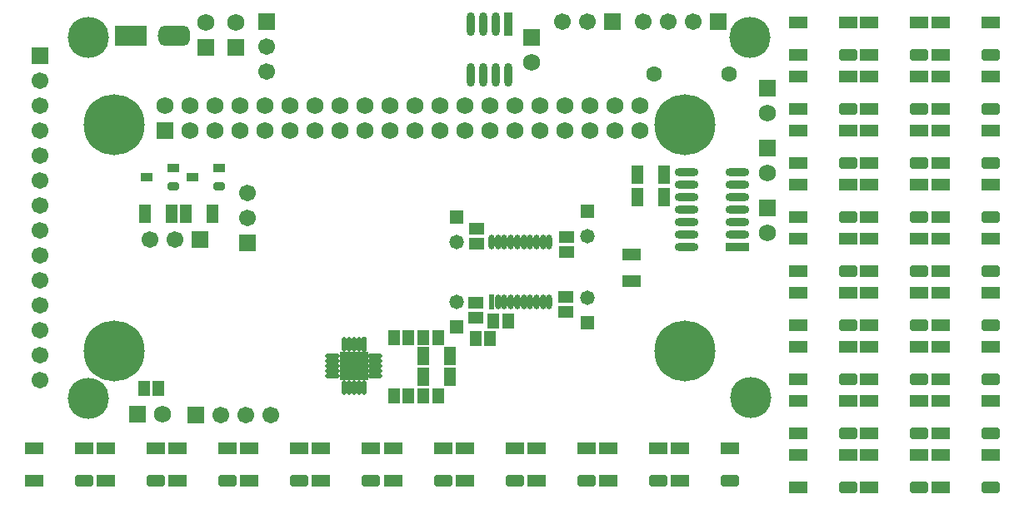
<source format=gts>
G04 Layer_Color=8388736*
%FSLAX23Y23*%
%MOIN*%
G70*
G01*
G75*
%ADD60R,0.075X0.051*%
%ADD61O,0.024X0.059*%
%ADD62R,0.024X0.059*%
G04:AMPARAMS|DCode=63|XSize=126mil|YSize=79mil|CornerRadius=22mil|HoleSize=0mil|Usage=FLASHONLY|Rotation=180.000|XOffset=0mil|YOffset=0mil|HoleType=Round|Shape=RoundedRectangle|*
%AMROUNDEDRECTD63*
21,1,0.126,0.035,0,0,180.0*
21,1,0.083,0.079,0,0,180.0*
1,1,0.043,-0.041,0.018*
1,1,0.043,0.041,0.018*
1,1,0.043,0.041,-0.018*
1,1,0.043,-0.041,-0.018*
%
%ADD63ROUNDEDRECTD63*%
%ADD64R,0.126X0.079*%
%ADD65R,0.047X0.032*%
G04:AMPARAMS|DCode=66|XSize=32mil|YSize=47mil|CornerRadius=10mil|HoleSize=0mil|Usage=FLASHONLY|Rotation=90.000|XOffset=0mil|YOffset=0mil|HoleType=Round|Shape=RoundedRectangle|*
%AMROUNDEDRECTD66*
21,1,0.032,0.028,0,0,90.0*
21,1,0.012,0.047,0,0,90.0*
1,1,0.020,0.014,0.006*
1,1,0.020,0.014,-0.006*
1,1,0.020,-0.014,-0.006*
1,1,0.020,-0.014,0.006*
%
%ADD66ROUNDEDRECTD66*%
%ADD67O,0.095X0.032*%
%ADD68R,0.095X0.032*%
%ADD69O,0.032X0.095*%
%ADD70R,0.032X0.095*%
%ADD71R,0.051X0.075*%
%ADD72R,0.051X0.063*%
%ADD73R,0.063X0.051*%
G04:AMPARAMS|DCode=74|XSize=20mil|YSize=59mil|CornerRadius=0mil|HoleSize=0mil|Usage=FLASHONLY|Rotation=0.000|XOffset=0mil|YOffset=0mil|HoleType=Round|Shape=Octagon|*
%AMOCTAGOND74*
4,1,8,-0.005,0.030,0.005,0.030,0.010,0.025,0.010,-0.025,0.005,-0.030,-0.005,-0.030,-0.010,-0.025,-0.010,0.025,-0.005,0.030,0.0*
%
%ADD74OCTAGOND74*%

%ADD75O,0.020X0.059*%
%ADD76O,0.059X0.020*%
%ADD77R,0.114X0.114*%
%ADD78R,0.075X0.047*%
%ADD79R,0.075X0.047*%
G04:AMPARAMS|DCode=80|XSize=75mil|YSize=47mil|CornerRadius=14mil|HoleSize=0mil|Usage=FLASHONLY|Rotation=180.000|XOffset=0mil|YOffset=0mil|HoleType=Round|Shape=RoundedRectangle|*
%AMROUNDEDRECTD80*
21,1,0.075,0.020,0,0,180.0*
21,1,0.047,0.047,0,0,180.0*
1,1,0.028,-0.024,0.010*
1,1,0.028,0.024,0.010*
1,1,0.028,0.024,-0.010*
1,1,0.028,-0.024,-0.010*
%
%ADD80ROUNDEDRECTD80*%
%ADD81C,0.058*%
%ADD82R,0.058X0.058*%
%ADD83C,0.068*%
%ADD84R,0.068X0.068*%
%ADD85R,0.068X0.068*%
%ADD86C,0.063*%
%ADD87R,0.067X0.067*%
%ADD88C,0.067*%
%ADD89R,0.067X0.067*%
%ADD90R,0.058X0.058*%
%ADD91C,0.165*%
%ADD92C,0.244*%
%ADD93C,0.033*%
D60*
X2445Y980D02*
D03*
Y874D02*
D03*
D61*
X2116Y1030D02*
D03*
X2091D02*
D03*
X2065D02*
D03*
X2039D02*
D03*
X2014D02*
D03*
X1988D02*
D03*
X1963D02*
D03*
X1937D02*
D03*
X1911D02*
D03*
X1886D02*
D03*
X2116Y789D02*
D03*
X2091D02*
D03*
X2065D02*
D03*
X2039D02*
D03*
X2014D02*
D03*
X1988D02*
D03*
X1963D02*
D03*
X1937D02*
D03*
X1911D02*
D03*
D62*
X1886D02*
D03*
D63*
X614Y1856D02*
D03*
D64*
X441D02*
D03*
D65*
X506Y1291D02*
D03*
X612Y1328D02*
D03*
X690Y1291D02*
D03*
X797Y1328D02*
D03*
D66*
X612Y1253D02*
D03*
X797D02*
D03*
D67*
X2665Y1309D02*
D03*
Y1259D02*
D03*
Y1209D02*
D03*
Y1159D02*
D03*
Y1109D02*
D03*
Y1059D02*
D03*
Y1009D02*
D03*
X2870Y1309D02*
D03*
Y1259D02*
D03*
Y1209D02*
D03*
Y1159D02*
D03*
Y1109D02*
D03*
Y1059D02*
D03*
D68*
Y1009D02*
D03*
D69*
X1803Y1699D02*
D03*
X1853D02*
D03*
X1903D02*
D03*
X1953D02*
D03*
X1803Y1904D02*
D03*
X1853D02*
D03*
X1903D02*
D03*
D70*
X1953D02*
D03*
D71*
X2470Y1211D02*
D03*
X2577D02*
D03*
X2470Y1301D02*
D03*
X2577D02*
D03*
X604Y1144D02*
D03*
X498D02*
D03*
X663D02*
D03*
X770D02*
D03*
X1612Y573D02*
D03*
X1719D02*
D03*
X1612Y490D02*
D03*
X1719D02*
D03*
D72*
X494Y443D02*
D03*
X553D02*
D03*
X1671Y415D02*
D03*
X1612D02*
D03*
X1671Y648D02*
D03*
X1612D02*
D03*
X1553Y415D02*
D03*
X1494D02*
D03*
X1553Y648D02*
D03*
X1494D02*
D03*
X1951Y715D02*
D03*
X1892D02*
D03*
X1880Y644D02*
D03*
X1821D02*
D03*
D73*
X1823Y728D02*
D03*
Y787D02*
D03*
X1827Y1024D02*
D03*
Y1083D02*
D03*
X2185Y1051D02*
D03*
Y992D02*
D03*
X2181Y752D02*
D03*
Y811D02*
D03*
D74*
X1374Y619D02*
D03*
D75*
X1354D02*
D03*
X1335D02*
D03*
X1315D02*
D03*
X1295D02*
D03*
Y448D02*
D03*
X1315D02*
D03*
X1335D02*
D03*
X1354D02*
D03*
X1374D02*
D03*
D76*
X1249Y573D02*
D03*
Y553D02*
D03*
Y533D02*
D03*
Y514D02*
D03*
Y494D02*
D03*
X1420D02*
D03*
Y514D02*
D03*
Y533D02*
D03*
Y553D02*
D03*
Y573D02*
D03*
D77*
X1335Y533D02*
D03*
D78*
X3681Y1261D02*
D03*
X3881D02*
D03*
X3681Y1044D02*
D03*
X3881D02*
D03*
X3681Y828D02*
D03*
X3881D02*
D03*
X3681Y611D02*
D03*
X3881D02*
D03*
X3681Y395D02*
D03*
X3881D02*
D03*
X3681Y178D02*
D03*
X3881D02*
D03*
X3396Y1911D02*
D03*
X3596D02*
D03*
X3396Y1694D02*
D03*
X3596D02*
D03*
X3396Y1477D02*
D03*
X3596D02*
D03*
X3396Y1261D02*
D03*
X3596D02*
D03*
X3396Y1044D02*
D03*
X3596D02*
D03*
X3396Y828D02*
D03*
X3596D02*
D03*
X3396Y611D02*
D03*
X3596D02*
D03*
X3396Y395D02*
D03*
X3596D02*
D03*
X3396Y178D02*
D03*
X3596D02*
D03*
X3111Y1911D02*
D03*
X3311D02*
D03*
X3111Y1694D02*
D03*
X3311D02*
D03*
X3111Y1477D02*
D03*
X3311D02*
D03*
X3111Y1261D02*
D03*
X3311D02*
D03*
X3111Y1044D02*
D03*
X3311D02*
D03*
X3111Y828D02*
D03*
X3311D02*
D03*
X3111Y611D02*
D03*
X3311D02*
D03*
X3111Y395D02*
D03*
X3311D02*
D03*
X3111Y178D02*
D03*
X3311D02*
D03*
X3681Y1911D02*
D03*
X3881D02*
D03*
X3681Y1694D02*
D03*
X3881D02*
D03*
X3681Y1477D02*
D03*
X3881D02*
D03*
X2640Y204D02*
D03*
X2840D02*
D03*
X2353D02*
D03*
X2553D02*
D03*
X2065D02*
D03*
X2265D02*
D03*
X1778D02*
D03*
X1978D02*
D03*
X1491D02*
D03*
X1691D02*
D03*
X1203D02*
D03*
X1403D02*
D03*
X916D02*
D03*
X1116D02*
D03*
X628D02*
D03*
X828D02*
D03*
X341D02*
D03*
X541D02*
D03*
X54D02*
D03*
X254D02*
D03*
D79*
X3681Y1131D02*
D03*
Y914D02*
D03*
Y698D02*
D03*
Y481D02*
D03*
Y265D02*
D03*
Y48D02*
D03*
X3396Y1781D02*
D03*
Y1564D02*
D03*
Y1347D02*
D03*
Y1131D02*
D03*
Y914D02*
D03*
Y698D02*
D03*
Y481D02*
D03*
Y265D02*
D03*
Y48D02*
D03*
X3111Y1781D02*
D03*
Y1564D02*
D03*
Y1347D02*
D03*
Y1131D02*
D03*
Y914D02*
D03*
Y698D02*
D03*
Y481D02*
D03*
Y265D02*
D03*
Y48D02*
D03*
X3681Y1781D02*
D03*
Y1564D02*
D03*
Y1347D02*
D03*
X2640Y74D02*
D03*
X2353D02*
D03*
X2065D02*
D03*
X1778D02*
D03*
X1491D02*
D03*
X1203D02*
D03*
X916D02*
D03*
X628D02*
D03*
X341D02*
D03*
X54D02*
D03*
D80*
X3881Y1131D02*
D03*
Y914D02*
D03*
Y698D02*
D03*
Y481D02*
D03*
Y265D02*
D03*
Y48D02*
D03*
X3596Y1781D02*
D03*
Y1564D02*
D03*
Y1347D02*
D03*
Y1131D02*
D03*
Y914D02*
D03*
Y698D02*
D03*
Y481D02*
D03*
Y265D02*
D03*
Y48D02*
D03*
X3311Y1781D02*
D03*
Y1564D02*
D03*
Y1347D02*
D03*
Y1131D02*
D03*
Y914D02*
D03*
Y698D02*
D03*
Y481D02*
D03*
Y265D02*
D03*
Y48D02*
D03*
X3881Y1781D02*
D03*
Y1564D02*
D03*
Y1347D02*
D03*
X2840Y74D02*
D03*
X2553D02*
D03*
X2265D02*
D03*
X1978D02*
D03*
X1691D02*
D03*
X1403D02*
D03*
X1116D02*
D03*
X828D02*
D03*
X541D02*
D03*
X254D02*
D03*
D81*
X578Y1856D02*
D03*
X1744Y1031D02*
D03*
X2268Y1054D02*
D03*
Y808D02*
D03*
X1744Y792D02*
D03*
D82*
X478Y1856D02*
D03*
D83*
X2479Y1578D02*
D03*
Y1478D02*
D03*
X2379Y1578D02*
D03*
Y1478D02*
D03*
X2279Y1578D02*
D03*
Y1478D02*
D03*
X2179Y1578D02*
D03*
Y1478D02*
D03*
X2079Y1578D02*
D03*
Y1478D02*
D03*
X1979Y1578D02*
D03*
Y1478D02*
D03*
X1879Y1578D02*
D03*
Y1478D02*
D03*
X1779Y1578D02*
D03*
Y1478D02*
D03*
X1679Y1578D02*
D03*
Y1478D02*
D03*
X1579Y1578D02*
D03*
Y1478D02*
D03*
X1479Y1578D02*
D03*
Y1478D02*
D03*
X1379Y1578D02*
D03*
Y1478D02*
D03*
X1279Y1578D02*
D03*
Y1478D02*
D03*
X1179Y1578D02*
D03*
Y1478D02*
D03*
X1079Y1578D02*
D03*
Y1478D02*
D03*
X979Y1578D02*
D03*
Y1478D02*
D03*
X879Y1578D02*
D03*
Y1478D02*
D03*
X779Y1578D02*
D03*
Y1478D02*
D03*
X679Y1578D02*
D03*
Y1478D02*
D03*
X579Y1578D02*
D03*
X568Y342D02*
D03*
X861Y1910D02*
D03*
X2988Y1067D02*
D03*
X2988Y1548D02*
D03*
X743Y1910D02*
D03*
X2988Y1307D02*
D03*
X2047Y1752D02*
D03*
D84*
X579Y1478D02*
D03*
X861Y1810D02*
D03*
X2988Y1167D02*
D03*
X2988Y1648D02*
D03*
X743Y1810D02*
D03*
X2988Y1407D02*
D03*
X2047Y1852D02*
D03*
D85*
X468Y342D02*
D03*
D86*
X2835Y1703D02*
D03*
X2535D02*
D03*
D87*
X720Y1041D02*
D03*
X2370Y1915D02*
D03*
X2791D02*
D03*
X701Y337D02*
D03*
D88*
X620Y1041D02*
D03*
X520D02*
D03*
X909Y1126D02*
D03*
Y1226D02*
D03*
X2270Y1915D02*
D03*
X2170D02*
D03*
X2491D02*
D03*
X2591D02*
D03*
X2691D02*
D03*
X79Y478D02*
D03*
Y578D02*
D03*
Y678D02*
D03*
Y778D02*
D03*
Y878D02*
D03*
Y978D02*
D03*
Y1078D02*
D03*
Y1178D02*
D03*
Y1278D02*
D03*
Y1378D02*
D03*
Y1478D02*
D03*
Y1578D02*
D03*
Y1678D02*
D03*
X984Y1815D02*
D03*
Y1715D02*
D03*
X801Y337D02*
D03*
X901D02*
D03*
X1001D02*
D03*
D89*
X909Y1026D02*
D03*
X79Y1778D02*
D03*
X984Y1915D02*
D03*
D90*
X1744Y1131D02*
D03*
X2268Y1154D02*
D03*
Y708D02*
D03*
X1744Y692D02*
D03*
D91*
X272Y404D02*
D03*
Y1850D02*
D03*
X2921Y406D02*
D03*
X2920Y1850D02*
D03*
D92*
X375Y1500D02*
D03*
Y594D02*
D03*
X2659D02*
D03*
Y1500D02*
D03*
D93*
X1335Y533D02*
D03*
X1303Y565D02*
D03*
X1366D02*
D03*
Y502D02*
D03*
X1303D02*
D03*
M02*

</source>
